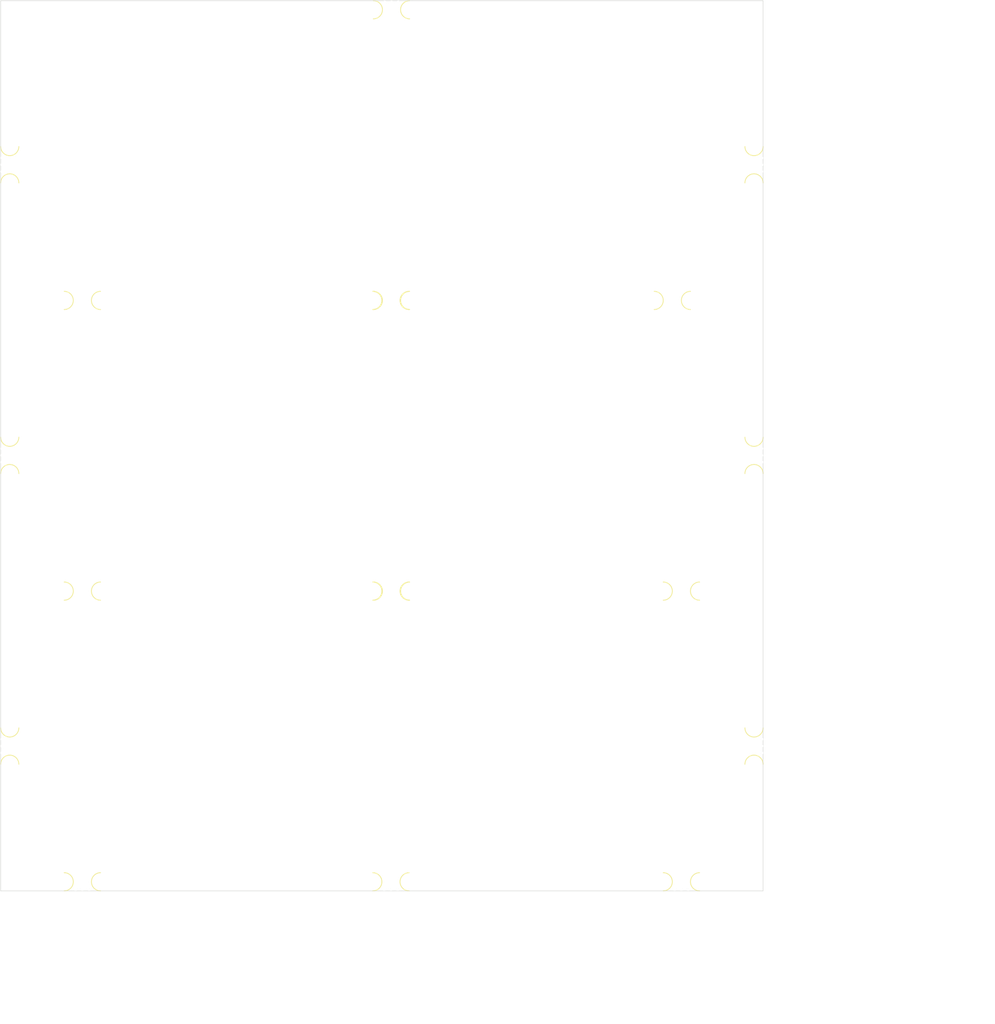
<source format=kicad_pcb>
(kicad_pcb (version 20171130) (host pcbnew "(5.1.5)-3")

  (general
    (thickness 1.6)
    (drawings 41)
    (tracks 0)
    (zones 0)
    (modules 18)
    (nets 1)
  )

  (page A4)
  (layers
    (0 F.SIGNAL signal)
    (1 GND power)
    (2 PWR power)
    (31 B.SIGNAL signal)
    (32 B.Adhes user)
    (33 F.Adhes user)
    (34 B.Paste user)
    (35 F.Paste user)
    (36 B.SilkS user)
    (37 F.SilkS user)
    (38 B.Mask user)
    (39 F.Mask user)
    (40 Dwgs.User user)
    (41 Cmts.User user)
    (42 Eco1.User user)
    (43 Eco2.User user)
    (44 Edge.Cuts user)
    (45 Margin user)
    (46 B.CrtYd user)
    (47 F.CrtYd user)
    (48 B.Fab user)
    (49 F.Fab user)
  )

  (setup
    (last_trace_width 0.25)
    (user_trace_width 1)
    (trace_clearance 0.2)
    (zone_clearance 0.508)
    (zone_45_only no)
    (trace_min 0.2)
    (via_size 0.8)
    (via_drill 0.4)
    (via_min_size 0.4)
    (via_min_drill 0.3)
    (uvia_size 0.3)
    (uvia_drill 0.1)
    (uvias_allowed no)
    (uvia_min_size 0.2)
    (uvia_min_drill 0.1)
    (edge_width 0.05)
    (segment_width 0.2)
    (pcb_text_width 0.3)
    (pcb_text_size 1.5 1.5)
    (mod_edge_width 0.12)
    (mod_text_size 1 1)
    (mod_text_width 0.15)
    (pad_size 1.524 1.524)
    (pad_drill 0.762)
    (pad_to_mask_clearance 0.051)
    (solder_mask_min_width 0.25)
    (aux_axis_origin 0 0)
    (grid_origin 224 55)
    (visible_elements 7FFFF7FF)
    (pcbplotparams
      (layerselection 0x010fc_ffffffff)
      (usegerberextensions false)
      (usegerberattributes false)
      (usegerberadvancedattributes false)
      (creategerberjobfile false)
      (excludeedgelayer true)
      (linewidth 0.100000)
      (plotframeref false)
      (viasonmask false)
      (mode 1)
      (useauxorigin false)
      (hpglpennumber 1)
      (hpglpenspeed 20)
      (hpglpendiameter 15.000000)
      (psnegative false)
      (psa4output false)
      (plotreference true)
      (plotvalue true)
      (plotinvisibletext false)
      (padsonsilk false)
      (subtractmaskfromsilk false)
      (outputformat 1)
      (mirror false)
      (drillshape 1)
      (scaleselection 1)
      (outputdirectory ""))
  )

  (net 0 "")

  (net_class Default "This is the default net class."
    (clearance 0.2)
    (trace_width 0.25)
    (via_dia 0.8)
    (via_drill 0.4)
    (uvia_dia 0.3)
    (uvia_drill 0.1)
  )

  (module ASSETS:mouse-bite-2mm-slot (layer F.SIGNAL) (tedit 551DB891) (tstamp 5EC23B50)
    (at 217 150 180)
    (fp_text reference mouse-bite-2mm-slot (at 0 -2) (layer F.SilkS) hide
      (effects (font (size 1 1) (thickness 0.2)))
    )
    (fp_text value VAL** (at 0 2.1) (layer F.SilkS) hide
      (effects (font (size 1 1) (thickness 0.2)))
    )
    (fp_arc (start -2 0) (end -2 -1) (angle 180) (layer F.SilkS) (width 0.1))
    (fp_arc (start 2 0) (end 2 1) (angle 180) (layer F.SilkS) (width 0.1))
    (fp_circle (center 2 0) (end 2.06 0) (layer Dwgs.User) (width 0.05))
    (fp_circle (center -2 0) (end -2 -0.06) (layer Dwgs.User) (width 0.05))
    (fp_line (start -2 0) (end -2 0) (layer Eco1.User) (width 2))
    (fp_line (start 2 0) (end 2 0) (layer Eco1.User) (width 2))
    (pad "" np_thru_hole circle (at 0 -0.75 180) (size 0.5 0.5) (drill 0.5) (layers *.Cu *.Mask))
    (pad "" np_thru_hole circle (at 0 0.75 180) (size 0.5 0.5) (drill 0.5) (layers *.Cu *.Mask))
    (pad "" np_thru_hole circle (at 0.75 -0.75 180) (size 0.5 0.5) (drill 0.5) (layers *.Cu *.Mask))
    (pad "" np_thru_hole circle (at -0.75 -0.75 180) (size 0.5 0.5) (drill 0.5) (layers *.Cu *.Mask))
    (pad "" np_thru_hole circle (at -0.75 0.75 180) (size 0.5 0.5) (drill 0.5) (layers *.Cu *.Mask))
    (pad "" np_thru_hole circle (at 0.75 0.75 180) (size 0.5 0.5) (drill 0.5) (layers *.Cu *.Mask))
  )

  (module ASSETS:mouse-bite-2mm-slot (layer F.SIGNAL) (tedit 551DB891) (tstamp 5EC23B50)
    (at 217 118 180)
    (fp_text reference mouse-bite-2mm-slot (at 0 -2) (layer F.SilkS) hide
      (effects (font (size 1 1) (thickness 0.2)))
    )
    (fp_text value VAL** (at 0 2.1) (layer F.SilkS) hide
      (effects (font (size 1 1) (thickness 0.2)))
    )
    (fp_arc (start -2 0) (end -2 -1) (angle 180) (layer F.SilkS) (width 0.1))
    (fp_arc (start 2 0) (end 2 1) (angle 180) (layer F.SilkS) (width 0.1))
    (fp_circle (center 2 0) (end 2.06 0) (layer Dwgs.User) (width 0.05))
    (fp_circle (center -2 0) (end -2 -0.06) (layer Dwgs.User) (width 0.05))
    (fp_line (start -2 0) (end -2 0) (layer Eco1.User) (width 2))
    (fp_line (start 2 0) (end 2 0) (layer Eco1.User) (width 2))
    (pad "" np_thru_hole circle (at 0 -0.75 180) (size 0.5 0.5) (drill 0.5) (layers *.Cu *.Mask))
    (pad "" np_thru_hole circle (at 0 0.75 180) (size 0.5 0.5) (drill 0.5) (layers *.Cu *.Mask))
    (pad "" np_thru_hole circle (at 0.75 -0.75 180) (size 0.5 0.5) (drill 0.5) (layers *.Cu *.Mask))
    (pad "" np_thru_hole circle (at -0.75 -0.75 180) (size 0.5 0.5) (drill 0.5) (layers *.Cu *.Mask))
    (pad "" np_thru_hole circle (at -0.75 0.75 180) (size 0.5 0.5) (drill 0.5) (layers *.Cu *.Mask))
    (pad "" np_thru_hole circle (at 0.75 0.75 180) (size 0.5 0.5) (drill 0.5) (layers *.Cu *.Mask))
  )

  (module ASSETS:mouse-bite-2mm-slot (layer F.SIGNAL) (tedit 551DB891) (tstamp 5EC23B50)
    (at 151 150 180)
    (fp_text reference mouse-bite-2mm-slot (at 0 -2) (layer F.SilkS) hide
      (effects (font (size 1 1) (thickness 0.2)))
    )
    (fp_text value VAL** (at 0 2.1) (layer F.SilkS) hide
      (effects (font (size 1 1) (thickness 0.2)))
    )
    (fp_arc (start -2 0) (end -2 -1) (angle 180) (layer F.SilkS) (width 0.1))
    (fp_arc (start 2 0) (end 2 1) (angle 180) (layer F.SilkS) (width 0.1))
    (fp_circle (center 2 0) (end 2.06 0) (layer Dwgs.User) (width 0.05))
    (fp_circle (center -2 0) (end -2 -0.06) (layer Dwgs.User) (width 0.05))
    (fp_line (start -2 0) (end -2 0) (layer Eco1.User) (width 2))
    (fp_line (start 2 0) (end 2 0) (layer Eco1.User) (width 2))
    (pad "" np_thru_hole circle (at 0 -0.75 180) (size 0.5 0.5) (drill 0.5) (layers *.Cu *.Mask))
    (pad "" np_thru_hole circle (at 0 0.75 180) (size 0.5 0.5) (drill 0.5) (layers *.Cu *.Mask))
    (pad "" np_thru_hole circle (at 0.75 -0.75 180) (size 0.5 0.5) (drill 0.5) (layers *.Cu *.Mask))
    (pad "" np_thru_hole circle (at -0.75 -0.75 180) (size 0.5 0.5) (drill 0.5) (layers *.Cu *.Mask))
    (pad "" np_thru_hole circle (at -0.75 0.75 180) (size 0.5 0.5) (drill 0.5) (layers *.Cu *.Mask))
    (pad "" np_thru_hole circle (at 0.75 0.75 180) (size 0.5 0.5) (drill 0.5) (layers *.Cu *.Mask))
  )

  (module ASSETS:mouse-bite-2mm-slot (layer F.SIGNAL) (tedit 551DB891) (tstamp 5EC23B50)
    (at 151 118 180)
    (fp_text reference mouse-bite-2mm-slot (at 0 -2) (layer F.SilkS) hide
      (effects (font (size 1 1) (thickness 0.2)))
    )
    (fp_text value VAL** (at 0 2.1) (layer F.SilkS) hide
      (effects (font (size 1 1) (thickness 0.2)))
    )
    (fp_arc (start -2 0) (end -2 -1) (angle 180) (layer F.SilkS) (width 0.1))
    (fp_arc (start 2 0) (end 2 1) (angle 180) (layer F.SilkS) (width 0.1))
    (fp_circle (center 2 0) (end 2.06 0) (layer Dwgs.User) (width 0.05))
    (fp_circle (center -2 0) (end -2 -0.06) (layer Dwgs.User) (width 0.05))
    (fp_line (start -2 0) (end -2 0) (layer Eco1.User) (width 2))
    (fp_line (start 2 0) (end 2 0) (layer Eco1.User) (width 2))
    (pad "" np_thru_hole circle (at 0 -0.75 180) (size 0.5 0.5) (drill 0.5) (layers *.Cu *.Mask))
    (pad "" np_thru_hole circle (at 0 0.75 180) (size 0.5 0.5) (drill 0.5) (layers *.Cu *.Mask))
    (pad "" np_thru_hole circle (at 0.75 -0.75 180) (size 0.5 0.5) (drill 0.5) (layers *.Cu *.Mask))
    (pad "" np_thru_hole circle (at -0.75 -0.75 180) (size 0.5 0.5) (drill 0.5) (layers *.Cu *.Mask))
    (pad "" np_thru_hole circle (at -0.75 0.75 180) (size 0.5 0.5) (drill 0.5) (layers *.Cu *.Mask))
    (pad "" np_thru_hole circle (at 0.75 0.75 180) (size 0.5 0.5) (drill 0.5) (layers *.Cu *.Mask))
  )

  (module ASSETS:mouse-bite-2mm-slot (layer F.SIGNAL) (tedit 551DB891) (tstamp 5EC23B50)
    (at 216 86 180)
    (fp_text reference mouse-bite-2mm-slot (at 0 -2) (layer F.SilkS) hide
      (effects (font (size 1 1) (thickness 0.2)))
    )
    (fp_text value VAL** (at 0 2.1) (layer F.SilkS) hide
      (effects (font (size 1 1) (thickness 0.2)))
    )
    (fp_arc (start -2 0) (end -2 -1) (angle 180) (layer F.SilkS) (width 0.1))
    (fp_arc (start 2 0) (end 2 1) (angle 180) (layer F.SilkS) (width 0.1))
    (fp_circle (center 2 0) (end 2.06 0) (layer Dwgs.User) (width 0.05))
    (fp_circle (center -2 0) (end -2 -0.06) (layer Dwgs.User) (width 0.05))
    (fp_line (start -2 0) (end -2 0) (layer Eco1.User) (width 2))
    (fp_line (start 2 0) (end 2 0) (layer Eco1.User) (width 2))
    (pad "" np_thru_hole circle (at 0 -0.75 180) (size 0.5 0.5) (drill 0.5) (layers *.Cu *.Mask))
    (pad "" np_thru_hole circle (at 0 0.75 180) (size 0.5 0.5) (drill 0.5) (layers *.Cu *.Mask))
    (pad "" np_thru_hole circle (at 0.75 -0.75 180) (size 0.5 0.5) (drill 0.5) (layers *.Cu *.Mask))
    (pad "" np_thru_hole circle (at -0.75 -0.75 180) (size 0.5 0.5) (drill 0.5) (layers *.Cu *.Mask))
    (pad "" np_thru_hole circle (at -0.75 0.75 180) (size 0.5 0.5) (drill 0.5) (layers *.Cu *.Mask))
    (pad "" np_thru_hole circle (at 0.75 0.75 180) (size 0.5 0.5) (drill 0.5) (layers *.Cu *.Mask))
  )

  (module ASSETS:mouse-bite-2mm-slot (layer F.SIGNAL) (tedit 551DB891) (tstamp 5EC23B50)
    (at 151 86 180)
    (fp_text reference mouse-bite-2mm-slot (at 0 -2) (layer F.SilkS) hide
      (effects (font (size 1 1) (thickness 0.2)))
    )
    (fp_text value VAL** (at 0 2.1) (layer F.SilkS) hide
      (effects (font (size 1 1) (thickness 0.2)))
    )
    (fp_arc (start -2 0) (end -2 -1) (angle 180) (layer F.SilkS) (width 0.1))
    (fp_arc (start 2 0) (end 2 1) (angle 180) (layer F.SilkS) (width 0.1))
    (fp_circle (center 2 0) (end 2.06 0) (layer Dwgs.User) (width 0.05))
    (fp_circle (center -2 0) (end -2 -0.06) (layer Dwgs.User) (width 0.05))
    (fp_line (start -2 0) (end -2 0) (layer Eco1.User) (width 2))
    (fp_line (start 2 0) (end 2 0) (layer Eco1.User) (width 2))
    (pad "" np_thru_hole circle (at 0 -0.75 180) (size 0.5 0.5) (drill 0.5) (layers *.Cu *.Mask))
    (pad "" np_thru_hole circle (at 0 0.75 180) (size 0.5 0.5) (drill 0.5) (layers *.Cu *.Mask))
    (pad "" np_thru_hole circle (at 0.75 -0.75 180) (size 0.5 0.5) (drill 0.5) (layers *.Cu *.Mask))
    (pad "" np_thru_hole circle (at -0.75 -0.75 180) (size 0.5 0.5) (drill 0.5) (layers *.Cu *.Mask))
    (pad "" np_thru_hole circle (at -0.75 0.75 180) (size 0.5 0.5) (drill 0.5) (layers *.Cu *.Mask))
    (pad "" np_thru_hole circle (at 0.75 0.75 180) (size 0.5 0.5) (drill 0.5) (layers *.Cu *.Mask))
  )

  (module ASSETS:mouse-bite-2mm-slot (layer F.SIGNAL) (tedit 551DB891) (tstamp 5EC23A30)
    (at 185.06 118 180)
    (fp_text reference mouse-bite-2mm-slot (at 0 -2) (layer F.SilkS) hide
      (effects (font (size 1 1) (thickness 0.2)))
    )
    (fp_text value VAL** (at 0 2.1) (layer F.SilkS) hide
      (effects (font (size 1 1) (thickness 0.2)))
    )
    (fp_line (start 2 0) (end 2 0) (layer Eco1.User) (width 2))
    (fp_line (start -2 0) (end -2 0) (layer Eco1.User) (width 2))
    (fp_circle (center -2 0) (end -2 -0.06) (layer Dwgs.User) (width 0.05))
    (fp_circle (center 2 0) (end 2.06 0) (layer Dwgs.User) (width 0.05))
    (fp_arc (start 2 0) (end 2 1) (angle 180) (layer F.SilkS) (width 0.1))
    (fp_arc (start -2 0) (end -2 -1) (angle 180) (layer F.SilkS) (width 0.1))
    (pad "" np_thru_hole circle (at 0.75 0.75 180) (size 0.5 0.5) (drill 0.5) (layers *.Cu *.Mask))
    (pad "" np_thru_hole circle (at -0.75 0.75 180) (size 0.5 0.5) (drill 0.5) (layers *.Cu *.Mask))
    (pad "" np_thru_hole circle (at -0.75 -0.75 180) (size 0.5 0.5) (drill 0.5) (layers *.Cu *.Mask))
    (pad "" np_thru_hole circle (at 0.75 -0.75 180) (size 0.5 0.5) (drill 0.5) (layers *.Cu *.Mask))
    (pad "" np_thru_hole circle (at 0 0.75 180) (size 0.5 0.5) (drill 0.5) (layers *.Cu *.Mask))
    (pad "" np_thru_hole circle (at 0 -0.75 180) (size 0.5 0.5) (drill 0.5) (layers *.Cu *.Mask))
  )

  (module ASSETS:mouse-bite-2mm-slot (layer F.SIGNAL) (tedit 551DB891) (tstamp 5EC23A12)
    (at 185.06 86 180)
    (fp_text reference mouse-bite-2mm-slot (at 0 -2) (layer F.SilkS) hide
      (effects (font (size 1 1) (thickness 0.2)))
    )
    (fp_text value VAL** (at 0 2.1) (layer F.SilkS) hide
      (effects (font (size 1 1) (thickness 0.2)))
    )
    (fp_line (start 2 0) (end 2 0) (layer Eco1.User) (width 2))
    (fp_line (start -2 0) (end -2 0) (layer Eco1.User) (width 2))
    (fp_circle (center -2 0) (end -2 -0.06) (layer Dwgs.User) (width 0.05))
    (fp_circle (center 2 0) (end 2.06 0) (layer Dwgs.User) (width 0.05))
    (fp_arc (start 2 0) (end 2 1) (angle 180) (layer F.SilkS) (width 0.1))
    (fp_arc (start -2 0) (end -2 -1) (angle 180) (layer F.SilkS) (width 0.1))
    (pad "" np_thru_hole circle (at 0.75 0.75 180) (size 0.5 0.5) (drill 0.5) (layers *.Cu *.Mask))
    (pad "" np_thru_hole circle (at -0.75 0.75 180) (size 0.5 0.5) (drill 0.5) (layers *.Cu *.Mask))
    (pad "" np_thru_hole circle (at -0.75 -0.75 180) (size 0.5 0.5) (drill 0.5) (layers *.Cu *.Mask))
    (pad "" np_thru_hole circle (at 0.75 -0.75 180) (size 0.5 0.5) (drill 0.5) (layers *.Cu *.Mask))
    (pad "" np_thru_hole circle (at 0 0.75 180) (size 0.5 0.5) (drill 0.5) (layers *.Cu *.Mask))
    (pad "" np_thru_hole circle (at 0 -0.75 180) (size 0.5 0.5) (drill 0.5) (layers *.Cu *.Mask))
  )

  (module ASSETS:mouse-bite-2mm-slot (layer F.SIGNAL) (tedit 551DB891) (tstamp 5EC239E5)
    (at 225 135.06 90)
    (fp_text reference mouse-bite-2mm-slot (at 0 -2 90) (layer F.SilkS) hide
      (effects (font (size 1 1) (thickness 0.2)))
    )
    (fp_text value VAL** (at 0 2.1 90) (layer F.SilkS) hide
      (effects (font (size 1 1) (thickness 0.2)))
    )
    (fp_line (start 2 0) (end 2 0) (layer Eco1.User) (width 2))
    (fp_line (start -2 0) (end -2 0) (layer Eco1.User) (width 2))
    (fp_circle (center -2 0) (end -2 -0.06) (layer Dwgs.User) (width 0.05))
    (fp_circle (center 2 0) (end 2.06 0) (layer Dwgs.User) (width 0.05))
    (fp_arc (start 2 0) (end 2 1) (angle 180) (layer F.SilkS) (width 0.1))
    (fp_arc (start -2 0) (end -2 -1) (angle 180) (layer F.SilkS) (width 0.1))
    (pad "" np_thru_hole circle (at 0.75 0.75 90) (size 0.5 0.5) (drill 0.5) (layers *.Cu *.Mask))
    (pad "" np_thru_hole circle (at -0.75 0.75 90) (size 0.5 0.5) (drill 0.5) (layers *.Cu *.Mask))
    (pad "" np_thru_hole circle (at -0.75 -0.75 90) (size 0.5 0.5) (drill 0.5) (layers *.Cu *.Mask))
    (pad "" np_thru_hole circle (at 0.75 -0.75 90) (size 0.5 0.5) (drill 0.5) (layers *.Cu *.Mask))
    (pad "" np_thru_hole circle (at 0 0.75 90) (size 0.5 0.5) (drill 0.5) (layers *.Cu *.Mask))
    (pad "" np_thru_hole circle (at 0 -0.75 90) (size 0.5 0.5) (drill 0.5) (layers *.Cu *.Mask))
  )

  (module ASSETS:mouse-bite-2mm-slot (layer F.SIGNAL) (tedit 551DB891) (tstamp 5EC239C7)
    (at 225 103.06 90)
    (fp_text reference mouse-bite-2mm-slot (at 0 -2 90) (layer F.SilkS) hide
      (effects (font (size 1 1) (thickness 0.2)))
    )
    (fp_text value VAL** (at 0 2.1 90) (layer F.SilkS) hide
      (effects (font (size 1 1) (thickness 0.2)))
    )
    (fp_line (start 2 0) (end 2 0) (layer Eco1.User) (width 2))
    (fp_line (start -2 0) (end -2 0) (layer Eco1.User) (width 2))
    (fp_circle (center -2 0) (end -2 -0.06) (layer Dwgs.User) (width 0.05))
    (fp_circle (center 2 0) (end 2.06 0) (layer Dwgs.User) (width 0.05))
    (fp_arc (start 2 0) (end 2 1) (angle 180) (layer F.SilkS) (width 0.1))
    (fp_arc (start -2 0) (end -2 -1) (angle 180) (layer F.SilkS) (width 0.1))
    (pad "" np_thru_hole circle (at 0.75 0.75 90) (size 0.5 0.5) (drill 0.5) (layers *.Cu *.Mask))
    (pad "" np_thru_hole circle (at -0.75 0.75 90) (size 0.5 0.5) (drill 0.5) (layers *.Cu *.Mask))
    (pad "" np_thru_hole circle (at -0.75 -0.75 90) (size 0.5 0.5) (drill 0.5) (layers *.Cu *.Mask))
    (pad "" np_thru_hole circle (at 0.75 -0.75 90) (size 0.5 0.5) (drill 0.5) (layers *.Cu *.Mask))
    (pad "" np_thru_hole circle (at 0 0.75 90) (size 0.5 0.5) (drill 0.5) (layers *.Cu *.Mask))
    (pad "" np_thru_hole circle (at 0 -0.75 90) (size 0.5 0.5) (drill 0.5) (layers *.Cu *.Mask))
  )

  (module ASSETS:mouse-bite-2mm-slot (layer F.SIGNAL) (tedit 551DB891) (tstamp 5EC2399A)
    (at 143 135.06 90)
    (fp_text reference mouse-bite-2mm-slot (at 0 -2 90) (layer F.SilkS) hide
      (effects (font (size 1 1) (thickness 0.2)))
    )
    (fp_text value VAL** (at 0 2.1 90) (layer F.SilkS) hide
      (effects (font (size 1 1) (thickness 0.2)))
    )
    (fp_line (start 2 0) (end 2 0) (layer Eco1.User) (width 2))
    (fp_line (start -2 0) (end -2 0) (layer Eco1.User) (width 2))
    (fp_circle (center -2 0) (end -2 -0.06) (layer Dwgs.User) (width 0.05))
    (fp_circle (center 2 0) (end 2.06 0) (layer Dwgs.User) (width 0.05))
    (fp_arc (start 2 0) (end 2 1) (angle 180) (layer F.SilkS) (width 0.1))
    (fp_arc (start -2 0) (end -2 -1) (angle 180) (layer F.SilkS) (width 0.1))
    (pad "" np_thru_hole circle (at 0.75 0.75 90) (size 0.5 0.5) (drill 0.5) (layers *.Cu *.Mask))
    (pad "" np_thru_hole circle (at -0.75 0.75 90) (size 0.5 0.5) (drill 0.5) (layers *.Cu *.Mask))
    (pad "" np_thru_hole circle (at -0.75 -0.75 90) (size 0.5 0.5) (drill 0.5) (layers *.Cu *.Mask))
    (pad "" np_thru_hole circle (at 0.75 -0.75 90) (size 0.5 0.5) (drill 0.5) (layers *.Cu *.Mask))
    (pad "" np_thru_hole circle (at 0 0.75 90) (size 0.5 0.5) (drill 0.5) (layers *.Cu *.Mask))
    (pad "" np_thru_hole circle (at 0 -0.75 90) (size 0.5 0.5) (drill 0.5) (layers *.Cu *.Mask))
  )

  (module ASSETS:mouse-bite-2mm-slot (layer F.SIGNAL) (tedit 551DB891) (tstamp 5EC2397C)
    (at 143 103.06 90)
    (fp_text reference mouse-bite-2mm-slot (at 0 -2 90) (layer F.SilkS) hide
      (effects (font (size 1 1) (thickness 0.2)))
    )
    (fp_text value VAL** (at 0 2.1 90) (layer F.SilkS) hide
      (effects (font (size 1 1) (thickness 0.2)))
    )
    (fp_line (start 2 0) (end 2 0) (layer Eco1.User) (width 2))
    (fp_line (start -2 0) (end -2 0) (layer Eco1.User) (width 2))
    (fp_circle (center -2 0) (end -2 -0.06) (layer Dwgs.User) (width 0.05))
    (fp_circle (center 2 0) (end 2.06 0) (layer Dwgs.User) (width 0.05))
    (fp_arc (start 2 0) (end 2 1) (angle 180) (layer F.SilkS) (width 0.1))
    (fp_arc (start -2 0) (end -2 -1) (angle 180) (layer F.SilkS) (width 0.1))
    (pad "" np_thru_hole circle (at 0.75 0.75 90) (size 0.5 0.5) (drill 0.5) (layers *.Cu *.Mask))
    (pad "" np_thru_hole circle (at -0.75 0.75 90) (size 0.5 0.5) (drill 0.5) (layers *.Cu *.Mask))
    (pad "" np_thru_hole circle (at -0.75 -0.75 90) (size 0.5 0.5) (drill 0.5) (layers *.Cu *.Mask))
    (pad "" np_thru_hole circle (at 0.75 -0.75 90) (size 0.5 0.5) (drill 0.5) (layers *.Cu *.Mask))
    (pad "" np_thru_hole circle (at 0 0.75 90) (size 0.5 0.5) (drill 0.5) (layers *.Cu *.Mask))
    (pad "" np_thru_hole circle (at 0 -0.75 90) (size 0.5 0.5) (drill 0.5) (layers *.Cu *.Mask))
  )

  (module ASSETS:mouse-bite-2mm-slot (layer F.SIGNAL) (tedit 551DB891) (tstamp 5EC2394F)
    (at 185 150 180)
    (fp_text reference mouse-bite-2mm-slot (at 0 -2) (layer F.SilkS) hide
      (effects (font (size 1 1) (thickness 0.2)))
    )
    (fp_text value VAL** (at 0 2.1) (layer F.SilkS) hide
      (effects (font (size 1 1) (thickness 0.2)))
    )
    (fp_arc (start -2 0) (end -2 -1) (angle 180) (layer F.SilkS) (width 0.1))
    (fp_arc (start 2 0) (end 2 1) (angle 180) (layer F.SilkS) (width 0.1))
    (fp_circle (center 2 0) (end 2.06 0) (layer Dwgs.User) (width 0.05))
    (fp_circle (center -2 0) (end -2 -0.06) (layer Dwgs.User) (width 0.05))
    (fp_line (start -2 0) (end -2 0) (layer Eco1.User) (width 2))
    (fp_line (start 2 0) (end 2 0) (layer Eco1.User) (width 2))
    (pad "" np_thru_hole circle (at 0 -0.75 180) (size 0.5 0.5) (drill 0.5) (layers *.Cu *.Mask))
    (pad "" np_thru_hole circle (at 0 0.75 180) (size 0.5 0.5) (drill 0.5) (layers *.Cu *.Mask))
    (pad "" np_thru_hole circle (at 0.75 -0.75 180) (size 0.5 0.5) (drill 0.5) (layers *.Cu *.Mask))
    (pad "" np_thru_hole circle (at -0.75 -0.75 180) (size 0.5 0.5) (drill 0.5) (layers *.Cu *.Mask))
    (pad "" np_thru_hole circle (at -0.75 0.75 180) (size 0.5 0.5) (drill 0.5) (layers *.Cu *.Mask))
    (pad "" np_thru_hole circle (at 0.75 0.75 180) (size 0.5 0.5) (drill 0.5) (layers *.Cu *.Mask))
  )

  (module ASSETS:mouse-bite-2mm-slot (layer F.SIGNAL) (tedit 551DB891) (tstamp 5EC23931)
    (at 185 118 180)
    (fp_text reference mouse-bite-2mm-slot (at 0 -2) (layer F.SilkS) hide
      (effects (font (size 1 1) (thickness 0.2)))
    )
    (fp_text value VAL** (at 0 2.1) (layer F.SilkS) hide
      (effects (font (size 1 1) (thickness 0.2)))
    )
    (fp_arc (start -2 0) (end -2 -1) (angle 180) (layer F.SilkS) (width 0.1))
    (fp_arc (start 2 0) (end 2 1) (angle 180) (layer F.SilkS) (width 0.1))
    (fp_circle (center 2 0) (end 2.06 0) (layer Dwgs.User) (width 0.05))
    (fp_circle (center -2 0) (end -2 -0.06) (layer Dwgs.User) (width 0.05))
    (fp_line (start -2 0) (end -2 0) (layer Eco1.User) (width 2))
    (fp_line (start 2 0) (end 2 0) (layer Eco1.User) (width 2))
    (pad "" np_thru_hole circle (at 0 -0.75 180) (size 0.5 0.5) (drill 0.5) (layers *.Cu *.Mask))
    (pad "" np_thru_hole circle (at 0 0.75 180) (size 0.5 0.5) (drill 0.5) (layers *.Cu *.Mask))
    (pad "" np_thru_hole circle (at 0.75 -0.75 180) (size 0.5 0.5) (drill 0.5) (layers *.Cu *.Mask))
    (pad "" np_thru_hole circle (at -0.75 -0.75 180) (size 0.5 0.5) (drill 0.5) (layers *.Cu *.Mask))
    (pad "" np_thru_hole circle (at -0.75 0.75 180) (size 0.5 0.5) (drill 0.5) (layers *.Cu *.Mask))
    (pad "" np_thru_hole circle (at 0.75 0.75 180) (size 0.5 0.5) (drill 0.5) (layers *.Cu *.Mask))
  )

  (module ASSETS:mouse-bite-2mm-slot (layer F.SIGNAL) (tedit 551DB891) (tstamp 5EC231C4)
    (at 185.06 54 180)
    (fp_text reference mouse-bite-2mm-slot (at 0 -2) (layer F.SilkS) hide
      (effects (font (size 1 1) (thickness 0.2)))
    )
    (fp_text value VAL** (at 0 2.1) (layer F.SilkS) hide
      (effects (font (size 1 1) (thickness 0.2)))
    )
    (fp_arc (start -2 0) (end -2 -1) (angle 180) (layer F.SilkS) (width 0.1))
    (fp_arc (start 2 0) (end 2 1) (angle 180) (layer F.SilkS) (width 0.1))
    (fp_circle (center 2 0) (end 2.06 0) (layer Dwgs.User) (width 0.05))
    (fp_circle (center -2 0) (end -2 -0.06) (layer Dwgs.User) (width 0.05))
    (fp_line (start -2 0) (end -2 0) (layer Eco1.User) (width 2))
    (fp_line (start 2 0) (end 2 0) (layer Eco1.User) (width 2))
    (pad "" np_thru_hole circle (at 0 -0.75 180) (size 0.5 0.5) (drill 0.5) (layers *.Cu *.Mask))
    (pad "" np_thru_hole circle (at 0 0.75 180) (size 0.5 0.5) (drill 0.5) (layers *.Cu *.Mask))
    (pad "" np_thru_hole circle (at 0.75 -0.75 180) (size 0.5 0.5) (drill 0.5) (layers *.Cu *.Mask))
    (pad "" np_thru_hole circle (at -0.75 -0.75 180) (size 0.5 0.5) (drill 0.5) (layers *.Cu *.Mask))
    (pad "" np_thru_hole circle (at -0.75 0.75 180) (size 0.5 0.5) (drill 0.5) (layers *.Cu *.Mask))
    (pad "" np_thru_hole circle (at 0.75 0.75 180) (size 0.5 0.5) (drill 0.5) (layers *.Cu *.Mask))
  )

  (module ASSETS:mouse-bite-2mm-slot (layer F.SIGNAL) (tedit 551DB891) (tstamp 5EC23B31)
    (at 185 86 180)
    (fp_text reference mouse-bite-2mm-slot (at 0 -2) (layer F.SilkS) hide
      (effects (font (size 1 1) (thickness 0.2)))
    )
    (fp_text value VAL** (at 0 2.1) (layer F.SilkS) hide
      (effects (font (size 1 1) (thickness 0.2)))
    )
    (fp_line (start 2 0) (end 2 0) (layer Eco1.User) (width 2))
    (fp_line (start -2 0) (end -2 0) (layer Eco1.User) (width 2))
    (fp_circle (center -2 0) (end -2 -0.06) (layer Dwgs.User) (width 0.05))
    (fp_circle (center 2 0) (end 2.06 0) (layer Dwgs.User) (width 0.05))
    (fp_arc (start 2 0) (end 2 1) (angle 180) (layer F.SilkS) (width 0.1))
    (fp_arc (start -2 0) (end -2 -1) (angle 180) (layer F.SilkS) (width 0.1))
    (pad "" np_thru_hole circle (at 0.75 0.75 180) (size 0.5 0.5) (drill 0.5) (layers *.Cu *.Mask))
    (pad "" np_thru_hole circle (at -0.75 0.75 180) (size 0.5 0.5) (drill 0.5) (layers *.Cu *.Mask))
    (pad "" np_thru_hole circle (at -0.75 -0.75 180) (size 0.5 0.5) (drill 0.5) (layers *.Cu *.Mask))
    (pad "" np_thru_hole circle (at 0.75 -0.75 180) (size 0.5 0.5) (drill 0.5) (layers *.Cu *.Mask))
    (pad "" np_thru_hole circle (at 0 0.75 180) (size 0.5 0.5) (drill 0.5) (layers *.Cu *.Mask))
    (pad "" np_thru_hole circle (at 0 -0.75 180) (size 0.5 0.5) (drill 0.5) (layers *.Cu *.Mask))
  )

  (module ASSETS:mouse-bite-2mm-slot (layer F.SIGNAL) (tedit 551DB891) (tstamp 5EC231C4)
    (at 225 71.06 90)
    (fp_text reference mouse-bite-2mm-slot (at 0 -2 90) (layer F.SilkS) hide
      (effects (font (size 1 1) (thickness 0.2)))
    )
    (fp_text value VAL** (at 0 2.1 90) (layer F.SilkS) hide
      (effects (font (size 1 1) (thickness 0.2)))
    )
    (fp_arc (start -2 0) (end -2 -1) (angle 180) (layer F.SilkS) (width 0.1))
    (fp_arc (start 2 0) (end 2 1) (angle 180) (layer F.SilkS) (width 0.1))
    (fp_circle (center 2 0) (end 2.06 0) (layer Dwgs.User) (width 0.05))
    (fp_circle (center -2 0) (end -2 -0.06) (layer Dwgs.User) (width 0.05))
    (fp_line (start -2 0) (end -2 0) (layer Eco1.User) (width 2))
    (fp_line (start 2 0) (end 2 0) (layer Eco1.User) (width 2))
    (pad "" np_thru_hole circle (at 0 -0.75 90) (size 0.5 0.5) (drill 0.5) (layers *.Cu *.Mask))
    (pad "" np_thru_hole circle (at 0 0.75 90) (size 0.5 0.5) (drill 0.5) (layers *.Cu *.Mask))
    (pad "" np_thru_hole circle (at 0.75 -0.75 90) (size 0.5 0.5) (drill 0.5) (layers *.Cu *.Mask))
    (pad "" np_thru_hole circle (at -0.75 -0.75 90) (size 0.5 0.5) (drill 0.5) (layers *.Cu *.Mask))
    (pad "" np_thru_hole circle (at -0.75 0.75 90) (size 0.5 0.5) (drill 0.5) (layers *.Cu *.Mask))
    (pad "" np_thru_hole circle (at 0.75 0.75 90) (size 0.5 0.5) (drill 0.5) (layers *.Cu *.Mask))
  )

  (module ASSETS:mouse-bite-2mm-slot (layer F.SIGNAL) (tedit 551DB891) (tstamp 5EC231C4)
    (at 143 71.06 90)
    (fp_text reference mouse-bite-2mm-slot (at 0 -2 90) (layer F.SilkS) hide
      (effects (font (size 1 1) (thickness 0.2)))
    )
    (fp_text value VAL** (at 0 2.1 90) (layer F.SilkS) hide
      (effects (font (size 1 1) (thickness 0.2)))
    )
    (fp_arc (start -2 0) (end -2 -1) (angle 180) (layer F.SilkS) (width 0.1))
    (fp_arc (start 2 0) (end 2 1) (angle 180) (layer F.SilkS) (width 0.1))
    (fp_circle (center 2 0) (end 2.06 0) (layer Dwgs.User) (width 0.05))
    (fp_circle (center -2 0) (end -2 -0.06) (layer Dwgs.User) (width 0.05))
    (fp_line (start -2 0) (end -2 0) (layer Eco1.User) (width 2))
    (fp_line (start 2 0) (end 2 0) (layer Eco1.User) (width 2))
    (pad "" np_thru_hole circle (at 0 -0.75 90) (size 0.5 0.5) (drill 0.5) (layers *.Cu *.Mask))
    (pad "" np_thru_hole circle (at 0 0.75 90) (size 0.5 0.5) (drill 0.5) (layers *.Cu *.Mask))
    (pad "" np_thru_hole circle (at 0.75 -0.75 90) (size 0.5 0.5) (drill 0.5) (layers *.Cu *.Mask))
    (pad "" np_thru_hole circle (at -0.75 -0.75 90) (size 0.5 0.5) (drill 0.5) (layers *.Cu *.Mask))
    (pad "" np_thru_hole circle (at -0.75 0.75 90) (size 0.5 0.5) (drill 0.5) (layers *.Cu *.Mask))
    (pad "" np_thru_hole circle (at 0.75 0.75 90) (size 0.5 0.5) (drill 0.5) (layers *.Cu *.Mask))
  )

  (dimension 98 (width 0.15) (layer Dwgs.User)
    (gr_text "98.000 mm" (at 250.2 102 270) (layer Dwgs.User)
      (effects (font (size 1 1) (thickness 0.15)))
    )
    (feature1 (pts (xy 226 151) (xy 249.486421 151)))
    (feature2 (pts (xy 226 53) (xy 249.486421 53)))
    (crossbar (pts (xy 248.9 53) (xy 248.9 151)))
    (arrow1a (pts (xy 248.9 151) (xy 248.313579 149.873496)))
    (arrow1b (pts (xy 248.9 151) (xy 249.486421 149.873496)))
    (arrow2a (pts (xy 248.9 53) (xy 248.313579 54.126504)))
    (arrow2b (pts (xy 248.9 53) (xy 249.486421 54.126504)))
  )
  (dimension 84 (width 0.15) (layer Dwgs.User)
    (gr_text "84.000 mm" (at 184 166.299999) (layer Dwgs.User)
      (effects (font (size 1 1) (thickness 0.15)))
    )
    (feature1 (pts (xy 226 151) (xy 226 165.58642)))
    (feature2 (pts (xy 142 151) (xy 142 165.58642)))
    (crossbar (pts (xy 142 164.999999) (xy 226 164.999999)))
    (arrow1a (pts (xy 226 164.999999) (xy 224.873496 165.58642)))
    (arrow1b (pts (xy 226 164.999999) (xy 224.873496 164.413578)))
    (arrow2a (pts (xy 142 164.999999) (xy 143.126504 165.58642)))
    (arrow2b (pts (xy 142 164.999999) (xy 143.126504 164.413578)))
  )
  (gr_line (start 218 86) (end 225 86) (layer Cmts.User) (width 2))
  (gr_line (start 187 86) (end 214 86) (layer Cmts.User) (width 2))
  (gr_line (start 153 86) (end 183 86) (layer Cmts.User) (width 2))
  (gr_line (start 149 86) (end 143 86) (layer Cmts.User) (width 2))
  (gr_line (start 143 73) (end 143 101) (layer Cmts.User) (width 2))
  (gr_line (start 149 118) (end 143 118) (layer Cmts.User) (width 2))
  (gr_line (start 143 105) (end 143 133) (layer Cmts.User) (width 2))
  (gr_line (start 215 118) (end 187 118) (layer Cmts.User) (width 2))
  (gr_line (start 219 118) (end 225 118) (layer Cmts.User) (width 2))
  (gr_line (start 183 118) (end 153 118) (layer Cmts.User) (width 2))
  (gr_line (start 143 150) (end 149 150) (layer Cmts.User) (width 2))
  (gr_line (start 143 137) (end 143 150) (layer Cmts.User) (width 2))
  (gr_line (start 183 150) (end 153 150) (layer Cmts.User) (width 2))
  (gr_line (start 215 150) (end 187 150) (layer Cmts.User) (width 2))
  (gr_line (start 225 150) (end 219 150) (layer Cmts.User) (width 2))
  (gr_line (start 225 137) (end 225 150) (layer Cmts.User) (width 2))
  (gr_line (start 225 105) (end 225 133) (layer Cmts.User) (width 2))
  (gr_line (start 225 73) (end 225 101) (layer Cmts.User) (width 2))
  (gr_line (start 225 54) (end 225 69) (layer Cmts.User) (width 2))
  (gr_line (start 187 54) (end 225 54) (layer Cmts.User) (width 2))
  (gr_line (start 143 54) (end 143 69) (layer Cmts.User) (width 2))
  (gr_line (start 183 54) (end 143 54) (layer Cmts.User) (width 2))
  (gr_line (start 142 53) (end 183 53) (layer Edge.Cuts) (width 0.05) (tstamp 5EC23BC5))
  (gr_line (start 142 151) (end 142 53) (layer Edge.Cuts) (width 0.05))
  (gr_line (start 226 151) (end 142 151) (layer Edge.Cuts) (width 0.05))
  (gr_line (start 226 53) (end 226 151) (layer Edge.Cuts) (width 0.05))
  (gr_line (start 183 53) (end 226 53) (layer Edge.Cuts) (width 0.05))
  (gr_line (start 144 119) (end 224 119) (layer Dwgs.User) (width 0.15) (tstamp 5EC23920))
  (gr_line (start 144 87) (end 224 87) (layer Dwgs.User) (width 0.15) (tstamp 5EC2391E))
  (gr_line (start 224 149) (end 144 149) (layer Dwgs.User) (width 0.15) (tstamp 5EC2391B))
  (gr_line (start 224 117) (end 144 117) (layer Dwgs.User) (width 0.15) (tstamp 5EC23919))
  (gr_line (start 224 119) (end 224 149) (layer Dwgs.User) (width 0.15) (tstamp 5EC23916))
  (gr_line (start 224 87) (end 224 117) (layer Dwgs.User) (width 0.15) (tstamp 5EC23914))
  (gr_line (start 144 149) (end 144 119) (layer Dwgs.User) (width 0.15) (tstamp 5EC23911))
  (gr_line (start 144 117) (end 144 87) (layer Dwgs.User) (width 0.15) (tstamp 5EC2390F))
  (gr_line (start 144 85) (end 144 55) (layer Dwgs.User) (width 0.15) (tstamp 5EC23043))
  (gr_line (start 224 85) (end 144 85) (layer Dwgs.User) (width 0.15))
  (gr_line (start 224 55) (end 224 85) (layer Dwgs.User) (width 0.15))
  (gr_line (start 144 55) (end 224 55) (layer Dwgs.User) (width 0.15))

)

</source>
